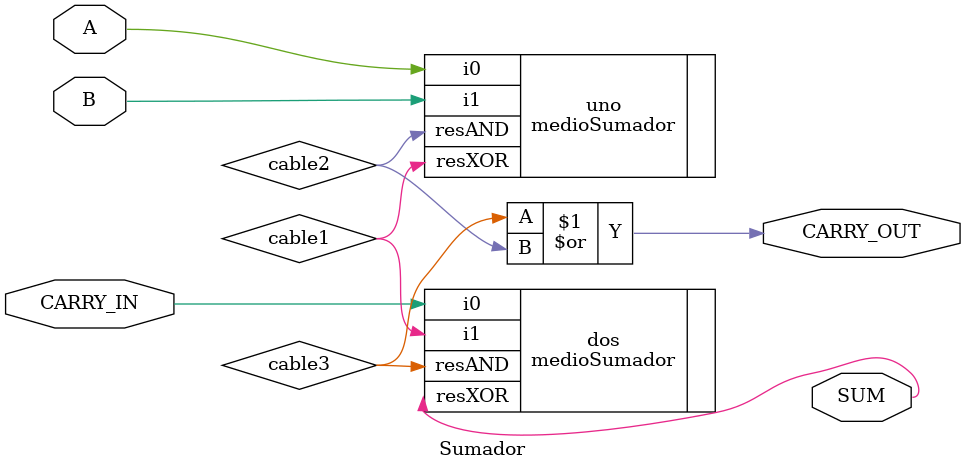
<source format=v>
`timescale 1ns / 1ps

//Definir modulo
module Sumador(
//Puertos I/O
    input A,B,CARRY_IN,
    output SUM,CARRY_OUT
    );
//Se;ales internas
wire cable1;
wire cable2;
wire cable3;
//Cuerpo del modulo

medioSumador uno(
    .i0(A), .i1(B),
    .resXOR(cable1), .resAND(cable2)
);

medioSumador dos(
    .i0(CARRY_IN), .i1(cable1),
    .resXOR(SUM), .resAND(cable3)
);

assign CARRY_OUT = cable3 | cable2;

endmodule

</source>
